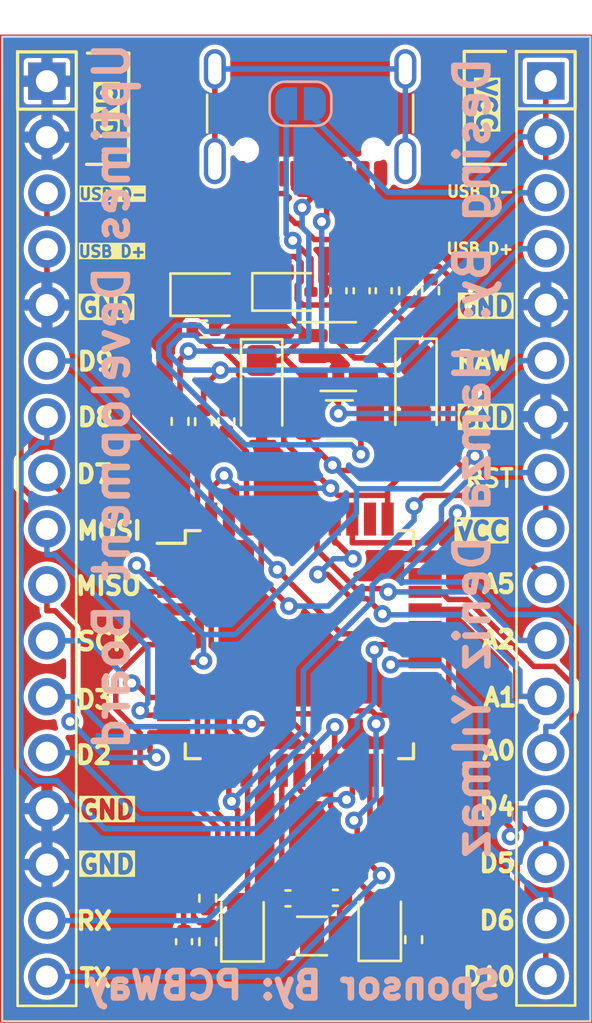
<source format=kicad_pcb>
(kicad_pcb (version 20240108) (generator "pcbnew") (generator_version "8.0")
  (layers (0 "F.Cu" signal) (31 "B.Cu" signal) (34 "B.Paste" user) (35 "F.Paste" user) (36 "B.SilkS" user "B.Silkscreen") (37 "F.SilkS" user "F.Silkscreen") (38 "B.Mask" user) (39 "F.Mask" user) (44 "Edge.Cuts" user))
  (net 0 "")
  (net 1 "Net-(J3-CC1)")
  (net 2 "unconnected-(J3-SHIELD-PadS1)")
  (net 3 "GND")
  (net 4 "UVCC")
  (net 5 "D+")
  (net 6 "D-")
  (net 7 "RAW")
  (net 8 "VCC")
  (net 9 "Net-(D1-A)")
  (net 11 "Net-(D2-A)")
  (net 12 "Net-(U1-XTAL1)")
  (net 13 "Net-(U1-XTAL2)")
  (net 14 "Net-(U1-UCAP)")
  (net 15 "AREF")
  (net 16 "Net-(D3-K)")
  (net 17 "Net-(D4-K)")
  (net 18 "Net-(U1-PD5)")
  (net 19 "Net-(U1-PB0)")
  (net 20 "D7")
  (net 21 "D3")
  (net 22 "D2")
  (net 23 "RXI")
  (net 24 "TXO")
  (net 25 "D4")
  (net 26 "D12")
  (net 27 "D6")
  (net 28 "D5")
  (net 29 "D13")
  (net 30 "A0")
  (net 31 "A1")
  (net 32 "A2")
  (net 33 "A3")
  (net 34 "A4")
  (net 35 "A5")
  (net 36 "RESET")
  (net 37 "D10")
  (net 38 "D9")
  (net 39 "D8")
  (net 40 "MOSI")
  (net 41 "MISO")
  (net 42 "SCK")
  (net 43 "D11")
  (net 44 "USB+")
  (net 45 "USB-")
  (net 48 "Net-(J3-CC2)")
  (footprint "Crystal:Crystal_SMD_3215-2Pin_3.2x1.5mm" (layer "F.Cu") (at 150.5 112.2)
    (property "Reference" "Y1" (hide yes))
    (property "Value" "16mhZ" (hide yes))
  )
  (footprint "Resistor_SMD:R_0402_1005Metric" (layer "F.Cu") (at 145.5775 88.855 -90)
    (property "Reference" "R7" (hide yes))
    (property "Value" "5.1k" (hide yes))
  )
  (footprint "Resistor_SMD:R_0402_1005Metric" (layer "F.Cu") (at 155.108 112.3655 -90)
    (property "Reference" "R5" (hide yes))
    (property "Value" "330" (hide yes))
  )
  (footprint "LED_SMD:LED_0805_2012Metric" (layer "F.Cu") (at 153.569 111.6455 90)
    (property "Reference" "D3" (hide yes))
    (property "Value" "LED" (hide yes))
  )
  (footprint "Capacitor_SMD:C_0402_1005Metric" (layer "F.Cu") (at 149.406 110.492)
    (property "Reference" "C6" (hide yes))
    (property "Value" "22pF" (hide yes))
  )
  (footprint "Capacitor_Tantalum_SMD:CP_EIA-3216-18_Kemet-A" (layer "F.Cu") (at 155.2125 87.4 -90)
    (property "Reference" "C2" (hide yes))
    (property "Value" "10uF" (hide yes))
  )
  (footprint "Diode_SMD:D_SOD-323" (layer "F.Cu") (at 149.4 82.965)
    (property "Reference" "D2" (hide yes))
    (property "Value" "1N4148WS" (hide yes))
  )
  (footprint "Capacitor_SMD:C_0402_1005Metric" (layer "F.Cu") (at 144.694 112.458 90)
    (property "Reference" "C7" (hide yes))
    (property "Value" "1uF" (hide yes))
  )
  (footprint "LED_SMD:LED_0805_2012Metric" (layer "F.Cu") (at 145.7625 83.09)
    (property "Reference" "D1" (hide yes))
    (property "Value" "LED" (hide yes))
  )
  (footprint "Capacitor_SMD:C_0402_1005Metric" (layer "F.Cu") (at 152.75 82.915 90)
    (property "Reference" "C3" (hide yes))
    (property "Value" "1uF" (hide yes))
  )
  (footprint "LED_SMD:LED_0805_2012Metric" (layer "F.Cu") (at 147.344 111.6705 90)
    (property "Reference" "D4" (hide yes))
    (property "Value" "LED" (hide yes))
  )
  (footprint "Fuse:Fuse_1206_3216Metric" (layer "F.Cu") (at 151.7375 88.8)
    (property "Reference" "F1" (hide yes))
    (property "Value" "500mA" (hide yes))
  )
  (footprint "Package_QFP:TQFP-44_10x10mm_P0.8mm" (layer "F.Cu") (at 149.925 98.975)
    (property "Reference" "U1" (hide yes))
    (property "Value" "ATmega32U4-A" (hide yes))
  )
  (footprint "Connector_USB:USB_C_Receptacle_GCT_USB4105-xx-A_16P_TopMnt_Horizontal" (layer "F.Cu") (at 150.41 73.92 180)
    (property "Reference" "J3" (hide yes))
    (property "Value" "USB_C_Receptacle_USB2.0_16P" (hide yes))
  )
  (footprint "Capacitor_Tantalum_SMD:CP_EIA-3216-18_Kemet-A" (layer "F.Cu") (at 148.2125 87.425 -90)
    (property "Reference" "C1" (hide yes))
    (property "Value" "10uF" (hide yes))
  )
  (footprint "Resistor_SMD:R_0402_1005Metric" (layer "F.Cu") (at 145.769 110.483 90)
    (property "Reference" "R4" (hide yes))
    (property "Value" "10K" (hide yes))
  )
  (footprint "Capacitor_SMD:C_0402_1005Metric" (layer "F.Cu") (at 153.75 82.91 90)
    (property "Reference" "C4" (hide yes))
    (property "Value" "0.1uF" (hide yes))
  )
  (footprint "Connector_PinHeader_2.54mm:PinHeader_1x17_P2.54mm_Vertical" (layer "F.Cu") (at 161.1 73.385)
    (property "Reference" "J4" (hide yes))
    (property "Value" "Screw_Terminal_01x17" (hide yes))
  )
  (footprint "Resistor_SMD:R_0402_1005Metric" (layer "F.Cu") (at 145.769 112.458 -90)
    (property "Reference" "R6" (hide yes))
    (property "Value" "330" (hide yes))
  )
  (footprint "Resistor_SMD:R_0402_1005Metric" (layer "F.Cu") (at 144.5125 88.84 -90)
    (property "Reference" "R8" (hide yes))
    (property "Value" "5.1k" (hide yes))
  )
  (footprint "Capacitor_SMD:C_0402_1005Metric" (layer "F.Cu") (at 151.7 82.915 90)
    (property "Reference" "C8" (hide yes))
    (property "Value" "1uF" (hide yes))
  )
  (footprint "Resistor_SMD:R_0402_1005Metric" (layer "F.Cu") (at 154.83 82.915 -90)
    (property "Reference" "R2" (hide yes))
    (property "Value" "5.1k" (hide yes))
  )
  (footprint "Resistor_SMD:R_0402_1005Metric" (layer "F.Cu") (at 155.875 82.915 -90)
    (property "Reference" "R1" (hide yes))
    (property "Value" "5.1k" (hide yes))
  )
  (footprint "Package_TO_SOT_SMD:SOT-23-5" (layer "F.Cu") (at 151.6875 85.9)
    (property "Reference" "U2" (hide yes))
    (property "Value" "MIC5219-3.3YM5" (hide yes))
  )
  (footprint "Capacitor_SMD:C_0402_1005Metric" (layer "F.Cu") (at 146.6125 88.82 -90)
    (property "Reference" "C9" (hide yes))
    (property "Value" "0.1uF" (hide yes))
  )
  (footprint "Connector_PinHeader_2.54mm:PinHeader_1x17_P2.54mm_Vertical" (layer "F.Cu") (at 138.475 73.4)
    (property "Reference" "J2" (hide yes))
    (property "Value" "Screw_Terminal_01x17" (hide yes))
  )
  (footprint "Resistor_SMD:R_0402_1005Metric" (layer "F.Cu") (at 145.585 84.65)
    (property "Reference" "R3" (hide yes))
    (property "Value" "1K" (hide yes))
  )
  (footprint "Capacitor_SMD:C_0402_1005Metric" (layer "F.Cu") (at 151.556 110.467)
    (property "Reference" "C5" (hide yes))
    (property "Value" "22pF" (hide yes))
  )
  (footprint "Jumper:SolderJumper-2_P1.3mm_Open_RoundedPad1.0x1.5mm" (layer "B.Cu") (at 149.975 74.425)
    (property "Reference" "JP1" (hide yes))
    (property "Value" "SolderJumper_2_Open" (hide yes))
  )
  (gr_rect (start 136.447 71.384) (end 163.117 116.067) (stroke (width 0.2)) (fill none) (layer "F.Cu"))
  (gr_line (start 142.175 77.175) (end 140.275 77.175) (stroke (width 0.15)) (layer "F.SilkS"))
  (gr_rect (start 159.77 72.055) (end 162.43 74.655) (stroke (width 0.15)) (fill none) (layer "F.SilkS"))
  (gr_line (start 142.1875 72.125) (end 142.175 77.175) (stroke (width 0.15)) (layer "F.SilkS"))
  (gr_line (start 157.4 72.05) (end 157.4 77.175) (stroke (width 0.15)) (layer "F.SilkS"))
  (gr_line (start 157.4 77.175) (end 159.275 77.175) (stroke (width 0.15)) (layer "F.SilkS"))
  (gr_rect (start 137.145 72.07) (end 139.805 74.67) (stroke (width 0.15)) (fill none) (layer "F.SilkS"))
  (gr_line (start 142.1875 72.125) (end 140.3125 72.125) (stroke (width 0.15)) (layer "F.SilkS"))
  (gr_line (start 159.275 72.05) (end 157.4 72.05) (stroke (width 0.15)) (layer "F.SilkS"))
  (gr_rect (start 136.447 71.384) (end 163.117 116.067) (stroke (width 0.1)) (fill none) (layer "Edge.Cuts"))
  (gr_text "Uptimes Development Board" (at 142.3 71.5 90) (layer "B.SilkS") (effects (font (size 1.5 1.5) (thickness 0.3) (bold yes)) (justify left bottom mirror)))
  (gr_text "Sponsor By: PCBWay" (at 159.2 115.15 0) (layer "B.SilkS") (effects (font (size 1.2 1.2) (thickness 0.3) (bold yes)) (justify left bottom mirror)))
  (gr_text "Desing By: Hamza Deniz Yılmaz" (at 158.65 72.15 90) (layer "B.SilkS") (effects (font (size 1.5 1.5) (thickness 0.3) (bold yes)) (justify left bottom mirror)))
  (gr_text "A1" (at 159.025 101.375 0) (layer "F.SilkS") (effects (font (size 0.8 0.8) (thickness 0.2) (bold yes))))
  (gr_text "GND" (at 139.855 109.425 0) (layer "F.SilkS" knockout) (effects (font (size 0.8 0.8) (thickness 0.2) (bold yes)) (justify left bottom)))
  (gr_text "D4" (at 158.895 106.335 0) (layer "F.SilkS") (effects (font (size 0.8 0.8) (thickness 0.2) (bold yes))))
  (gr_text "TX" (at 140.675 114.105 0) (layer "F.SilkS") (effects (font (size 0.8 0.8) (thickness 0.2) (bold yes))))
  (gr_text "D5" (at 158.895 108.895 0) (layer "F.SilkS") (effects (font (size 0.8 0.8) (thickness 0.2) (bold yes))))
  (gr_text "VCC" (at 158.4 74.5 -90) (layer "F.SilkS" knockout) (effects (font (size 0.8 0.8) (thickness 0.2) (bold yes))))
  (gr_text "D6" (at 158.895 111.495 0) (layer "F.SilkS") (effects (font (size 0.8 0.8) (thickness 0.2) (bold yes))))
  (gr_text "D10" (at 158.525 114.055 0) (layer "F.SilkS") (effects (font (size 0.8 0.8) (thickness 0.2) (bold yes))))
  (gr_text "MISO" (at 141.265 96.315 0) (layer "F.SilkS") (effects (font (size 0.8 0.8) (thickness 0.2) (bold yes))))
  (gr_text "RST" (at 158.545 91.429 0) (layer "F.SilkS") (effects (font (size 0.8 0.8) (thickness 0.16) (bold yes))))
  (gr_text "D2" (at 140.595 103.985 0) (layer "F.SilkS") (effects (font (size 0.8 0.8) (thickness 0.2) (bold yes))))
  (gr_text "GND" (at 139.855 106.945 0) (layer "F.SilkS" knockout) (effects (font (size 0.8 0.8) (thickness 0.2) (bold yes)) (justify left bottom)))
  (gr_text "USB D+" (at 139.85 81.425 0) (layer "F.SilkS" knockout) (effects (font (size 0.5 0.5) (thickness 0.125) (bold yes)) (justify left bottom)))
  (gr_text "D7" (at 140.625 91.235 0) (layer "F.SilkS") (effects (font (size 0.8 0.8) (thickness 0.2) (bold yes))))
  (gr_text "MOSI" (at 139.735 94.275 0) (layer "F.SilkS") (effects (font (size 0.8 0.8) (thickness 0.2) (bold yes)) (justify left bottom)))
  (gr_text "RX" (at 140.615 111.515 0) (layer "F.SilkS") (effects (font (size 0.8 0.8) (thickness 0.2) (bold yes))))
  (gr_text "D8" (at 140.675 88.655 0) (layer "F.SilkS") (effects (font (size 0.8 0.8) (thickness 0.2) (bold yes))))
  (gr_text "SCK" (at 139.755 99.295 0) (layer "F.SilkS") (effects (font (size 0.8 0.8) (thickness 0.2) (bold yes)) (justify left bottom)))
  (gr_text "A0" (at 158.115 104.255 0) (layer "F.SilkS") (effects (font (size 0.8 0.8) (thickness 0.2) (bold yes)) (justify left bottom)))
  (gr_text "VCC" (at 158.225 93.825 0) (layer "F.SilkS" knockout) (effects (font (size 0.8 0.8) (thickness 0.2) (bold yes))))
  (gr_text "A2" (at 158.955 98.745 0) (layer "F.SilkS") (effects (font (size 0.8 0.8) (thickness 0.2) (bold yes))))
  (gr_text "GND" (at 157.021 89.143 0) (layer "F.SilkS" knockout) (effects (font (size 0.8 0.8) (thickness 0.2) (bold yes)) (justify left bottom)))
  (gr_text "D9" (at 140.675 86.125 0) (layer "F.SilkS") (effects (font (size 0.8 0.8) (thickness 0.2) (bold yes))))
  (gr_text "A5" (at 158.105 96.695 0) (layer "F.SilkS") (effects (font (size 0.8 0.8) (thickness 0.2) (bold yes)) (justify left bottom)))
  (gr_text "GND" (at 157.025 84.1 0) (layer "F.SilkS" knockout) (effects (font (size 0.8 0.8) (thickness 0.2) (bold yes)) (justify left bottom)))
  (gr_text "USB D+" (at 156.525 81.3 0) (layer "F.SilkS") (effects (font (size 0.5 0.5) (thickness 0.125) (bold yes)) (justify left bottom)))
  (gr_text "GND" (at 140.675 73.35 -90) (layer "F.SilkS" knockout) (effects (font (size 0.8 0.8) (thickness 0.2) (bold yes)) (justify left bottom)))
  (gr_text "USB D-" (at 139.875 78.825 0) (layer "F.SilkS" knockout) (effects (font (size 0.5 0.5) (thickness 0.125) (bold yes)) (justify left bottom)))
  (gr_text "RAW" (at 158.291 86.095 0) (layer "F.SilkS") (effects (font (size 0.8 0.8) (thickness 0.2) (bold yes))))
  (gr_text "USB D-" (at 156.55 78.7 0) (layer "F.SilkS") (effects (font (size 0.5 0.5) (thickness 0.125) (bold yes)) (justify left bottom)))
  (gr_text "GND" (at 139.825 84.15 0) (layer "F.SilkS" knockout) (effects (font (size 0.8 0.8) (thickness 0.2) (bold yes)) (justify left bottom)))
  (gr_text "D3" (at 139.715 101.945 0) (layer "F.SilkS") (effects (font (size 0.8 0.8) (thickness 0.2) (bold yes)) (justify left bottom)))
  (segment (start 151.66 77.6) (end 151.66 80.1368) (width 0.25) (layer "F.Cu") (net 1))
  (segment (start 153.6068 80.1368) (end 155.875 82.405) (width 0.25) (layer "F.Cu") (net 1))
  (segment (start 151.66 80.1368) (end 153.6068 80.1368) (width 0.25) (layer "F.Cu") (net 1))
  (segment (start 146.09 72.845) (end 146.09 77.025) (width 0.25) (layer "F.Cu") (net 2))
  (segment (start 146.09 72.845) (end 154.73 72.845) (width 0.25) (layer "B.Cu") (net 2))
  (segment (start 154.73 72.845) (end 154.73 77.025) (width 0.25) (layer "B.Cu") (net 2))
  (segment (start 150.55 85.9) (end 151.212499 85.9) (width 0.25) (layer "F.Cu") (net 3))
  (segment (start 151.575 87.15) (end 151.992648 87.567648) (width 0.25) (layer "F.Cu") (net 3))
  (segment (start 151.992648 87.567648) (end 154.030148 87.567648) (width 0.25) (layer "F.Cu") (net 3))
  (segment (start 151.212499 85.9) (end 151.575 86.262501) (width 0.25) (layer "F.Cu") (net 3))
  (segment (start 154.030148 87.567648) (end 155.2125 88.75) (width 0.25) (layer "F.Cu") (net 3))
  (segment (start 151.575 86.262501) (end 151.575 87.15) (width 0.25) (layer "F.Cu") (net 3))
  (segment (start 149.325895 81.3575) (end 149.714804 81.3575) (width 0.25) (layer "F.Cu") (net 4))
  (segment (start 151.4275 90.8254) (end 151.4259 90.827) (width 0.25) (layer "F.Cu") (net 4))
  (segment (start 152.81 78.092764) (end 152.11 78.792764) (width 0.25) (layer "F.Cu") (net 4))
  (segment (start 148.875 80.906605) (end 149.325895 81.3575) (width 0.25) (layer "F.Cu") (net 4))
  (segment (start 155.916396 81.81) (end 156.25428 81.81) (width 0.25) (layer "F.Cu") (net 4))
  (segment (start 144.225 99.775) (end 145.3017 99.775) (width 0.25) (layer "F.Cu") (net 4))
  (segment (start 152.81 77.6) (end 152.81 78.092764) (width 0.25) (layer "F.Cu") (net 4))
  (segment (start 151.4275 90.8254) (end 151.6714 91.0693) (width 0.25) (layer "F.Cu") (net 4))
  (segment (start 148.875 78.95) (end 148.875 80.906605) (width 0.25) (layer "F.Cu") (net 4))
  (segment (start 150 82.493164) (end 149.825 82.668164) (width 0.25) (layer "F.Cu") (net 4))
  (segment (start 153.2874 85.9613) (end 152.4247 85.9613) (width 0.25) (layer "F.Cu") (net 4))
  (segment (start 142.545823 95.378296) (end 142.942527 95.775) (width 0.25) (layer "F.Cu") (net 4))
  (segment (start 155.0484 87.7223) (end 153.2874 85.9613) (width 0.25) (layer "F.Cu") (net 4))
  (segment (start 155.8767 87.7223) (end 155.0484 87.7223) (width 0.25) (layer "F.Cu") (net 4))
  (segment (start 148.01 77.6) (end 148.01 78.22916) (width 0.25) (layer "F.Cu") (net 4))
  (segment (start 145.3681 99.7086) (end 145.3017 99.775) (width 0.25) (layer "F.Cu") (net 4))
  (segment (start 148.73084 78.95) (end 148.875 78.95) (width 0.25) (layer "F.Cu") (net 4))
  (segment (start 156.2152 88.0608) (end 155.8767 87.7223) (width 0.25) (layer "F.Cu") (net 4))
  (segment (start 155.8767 89.7777) (end 156.2152 89.4392) (width 0.25) (layer "F.Cu") (net 4))
  (segment (start 154.7015 89.7777) (end 155.8767 89.7777) (width 0.25) (layer "F.Cu") (net 4))
  (segment (start 151.5338 83.5612) (end 151.7 83.395) (width 0.25) (layer "F.Cu") (net 4))
  (segment (start 145.5768 99.7086) (end 145.3681 99.7086) (width 0.25) (layer "F.Cu") (net 4))
  (segment (start 153.793196 79.6868) (end 155.916396 81.81) (width 0.25) (layer "F.Cu") (net 4))
  (segment (start 152.11 79.6868) (end 153.793196 79.6868) (width 0.25) (layer "F.Cu") (net 4))
  (segment (start 152.4247 85.9613) (end 151.7239 85.2605) (width 0.25) (layer "F.Cu") (net 4))
  (segment (start 150 81.642696) (end 150 82.493164) (width 0.25) (layer "F.Cu") (net 4))
  (segment (start 149.825 83.3063) (end 150.0799 83.5612) (width 0.25) (layer "F.Cu") (net 4))
  (segment (start 149.714804 81.3575) (end 150 81.642696) (width 0.25) (layer "F.Cu") (net 4))
  (segment (start 151.6714 91.0693) (end 153.4099 91.0693) (width 0.25) (layer "F.Cu") (net 4))
  (segment (start 152.11 78.792764) (end 152.11 79.6868) (width 0.25) (layer "F.Cu") (net 4))
  (segment (start 151.7239 85.2605) (end 151.7239 83.7513) (width 0.25) (layer "F.Cu") (net 4))
  (segment (start 151.4275 90.8254) (end 150.3375 89.7354) (width 0.25) (layer "F.Cu") (net 4))
  (segment (start 156.2152 89.4392) (end 156.2152 88.0608) (width 0.25) (layer "F.Cu") (net 4))
  (segment (start 157.8866 83.44232) (end 157.8866 90.422) (width 0.25) (layer "F.Cu") (net 4))
  (segment (start 151.7239 83.7513) (end 151.5338 83.5612) (width 0.25) (layer "F.Cu") (net 4))
  (segment (start 150.3375 89.7354) (end 150.3375 88.8) (width 0.25) (layer "F.Cu") (net 4))
  (segment (start 142.942527 95.775) (end 144.225 95.775) (width 0.25) (layer "F.Cu") (net 4))
  (segment (start 153.4099 91.0693) (end 154.7015 89.7777) (width 0.25) (layer "F.Cu") (net 4))
  (segment (start 149.825 82.668164) (end 149.825 83.3063) (width 0.25) (layer "F.Cu") (net 4))
  (segment (start 156.25428 81.81) (end 157.8866 83.44232) (width 0.25) (layer "F.Cu") (net 4))
  (segment (start 148.01 78.22916) (end 148.73084 78.95) (width 0.25) (layer "F.Cu") (net 4))
  (segment (start 150.0799 83.5612) (end 151.5338 83.5612) (width 0.25) (layer "F.Cu") (net 4))
  (via (at 142.545823 95.378296) (size 0.8) (drill 0.4) (layers "F.Cu" "B.Cu") (net 4))
  (via (at 151.4259 90.827) (size 0.8) (drill 0.4) (layers "F.Cu" "B.Cu") (net 4))
  (via (at 157.8866 90.422) (size 0.8) (drill 0.4) (layers "F.Cu" "B.Cu") (net 4))
  (via (at 145.5768 99.7086) (size 0.8) (drill 0.4) (layers "F.Cu" "B.Cu") (net 4))
  (segment (start 142.545823 95.378296) (end 142.545823 95.484123) (width 0.25) (layer "B.Cu") (net 4))
  (segment (start 152.5147 91.9) (end 156.4086 91.9) (width 0.25) (layer "B.Cu") (net 4))
  (segment (start 152.5084 91.9063) (end 151.4291 90.827) (width 0.25) (layer "B.Cu") (net 4))
  (segment (start 151.4291 90.827) (end 151.4259 90.827) (width 0.25) (layer "B.Cu") (net 4))
  (segment (start 152.5084 91.9063) (end 152.5147 91.9) (width 0.25) (layer "B.Cu") (net 4))
  (segment (start 145.5768 98.5151) (end 145.5768 99.7086) (width 0.25) (layer "B.Cu") (net 4))
  (segment (start 147.0152 98.5151) (end 152.5084 93.0219) (width 0.25) (layer "B.Cu") (net 4))
  (segment (start 145.5768 98.5151) (end 147.0152 98.5151) (width 0.25) (layer "B.Cu") (net 4))
  (segment (start 142.545823 95.484123) (end 145.5768 98.5151) (width 0.25) (layer "B.Cu") (net 4))
  (segment (start 152.5084 93.0219) (end 152.5084 91.9063) (width 0.25) (layer "B.Cu") (net 4))
  (segment (start 156.4086 91.9) (end 157.8866 90.422) (width 0.25) (layer "B.Cu") (net 4))
  (segment (start 144.1468 90.0105) (end 142.662 88.5257) (width 0.25) (layer "F.Cu") (net 5))
  (segment (start 145.5775 89.365) (end 145.3002 89.6423) (width 0.25) (layer "F.Cu") (net 5))
  (segment (start 145.3017 90.012) (end 145.3002 90.0105) (width 0.25) (layer "F.Cu") (net 5))
  (segment (start 142.662 86.0159) (end 138.8428 82.1967) (width 0.25) (layer "F.Cu") (net 5))
  (segment (start 138.475 81.02) (end 138.475 82.1967) (width 0.25) (layer "F.Cu") (net 5))
  (segment (start 145.3002 90.0105) (end 144.1468 90.0105) (width 0.25) (layer "F.Cu") (net 5))
  (segment (start 142.662 88.5257) (end 142.662 86.0159) (width 0.25) (layer "F.Cu") (net 5))
  (segment (start 145.3002 89.6423) (end 145.3002 90.0105) (width 0.25) (layer "F.Cu") (net 5))
  (segment (start 144.225 97.375) (end 145.3017 97.375) (width 0.25) (layer "F.Cu") (net 5))
  (segment (start 138.8428 82.1967) (end 138.475 82.1967) (width 0.25) (layer "F.Cu") (net 5))
  (segment (start 145.3017 97.375) (end 145.3017 90.012) (width 0.25) (layer "F.Cu") (net 5))
  (segment (start 143.112 88.339304) (end 144.122696 89.35) (width 0.25) (layer "F.Cu") (net 6))
  (segment (start 141.820823 95.678601) (end 142.717222 96.575) (width 0.25) (layer "F.Cu") (net 6))
  (segment (start 141.5635 95.125) (end 141.820823 95.125) (width 0.25) (layer "F.Cu") (net 6))
  (segment (start 138.1236 79.6567) (end 137.2966 80.4837) (width 0.25) (layer "F.Cu") (net 6))
  (segment (start 137.2966 80.4837) (end 137.2966 91.7699) (width 0.25) (layer "F.Cu") (net 6))
  (segment (start 143.112 85.829504) (end 143.112 88.339304) (width 0.25) (layer "F.Cu") (net 6))
  (segment (start 142.717222 96.575) (end 144.225 96.575) (width 0.25) (layer "F.Cu") (net 6))
  (segment (start 138.8885 92.45) (end 141.5635 95.125) (width 0.25) (layer "F.Cu") (net 6))
  (segment (start 144.122696 89.35) (end 144.5125 89.35) (width 0.25) (layer "F.Cu") (net 6))
  (segment (start 138.475 79.6567) (end 138.773401 79.6567) (width 0.25) (layer "F.Cu") (net 6))
  (segment (start 137.2966 91.7699) (end 137.9767 92.45) (width 0.25) (layer "F.Cu") (net 6))
  (segment (start 139.65 80.533299) (end 139.65 82.367504) (width 0.25) (layer "F.Cu") (net 6))
  (segment (start 141.820823 95.125) (end 141.820823 95.678601) (width 0.25) (layer "F.Cu") (net 6))
  (segment (start 138.475 78.48) (end 138.475 79.6567) (width 0.25) (layer "F.Cu") (net 6))
  (segment (start 139.65 82.367504) (end 143.112 85.829504) (width 0.25) (layer "F.Cu") (net 6))
  (segment (start 137.9767 92.45) (end 138.8885 92.45) (width 0.25) (layer "F.Cu") (net 6))
  (segment (start 138.475 79.6567) (end 138.1236 79.6567) (width 0.25) (layer "F.Cu") (net 6))
  (segment (start 138.773401 79.6567) (end 139.65 80.533299) (width 0.25) (layer "F.Cu") (net 6))
  (segment (start 150.1313 86.85) (end 150.55 86.85) (width 0.25) (layer "F.Cu") (net 7))
  (segment (start 150.55 84.95) (end 150.1623 84.95) (width 0.25) (layer "F.Cu") (net 7))
  (segment (start 151.6932 87.9932) (end 151.6932 88.4853) (width 0.25) (layer "F.Cu") (net 7))
  (segment (start 150.1623 84.95) (end 149.1968 85.9155) (width 0.25) (layer "F.Cu") (net 7))
  (segment (start 150.55 86.85) (end 151.6932 87.9932) (width 0.25) (layer "F.Cu") (net 7))
  (segment (start 149.0373 86.075) (end 148.2125 86.075) (width 0.25) (layer "F.Cu") (net 7))
  (segment (start 150.1623 84.7773) (end 150.1623 84.95) (width 0.25) (layer "F.Cu") (net 7))
  (segment (start 149.1968 85.9155) (end 149.0373 86.075) (width 0.25) (layer "F.Cu") (net 7))
  (segment (start 148.35 82.965) (end 150.1623 84.7773) (width 0.25) (layer "F.Cu") (net 7))
  (segment (start 149.1968 85.9155) (end 150.1313 86.85) (width 0.25) (layer "F.Cu") (net 7))
  (via (at 151.6932 88.4853) (size 0.8) (drill 0.4) (layers "F.Cu" "B.Cu") (net 7))
  (segment (start 161.1 86.085) (end 159.9233 86.085) (width 0.25) (layer "B.Cu") (net 7))
  (segment (start 157.523 88.4853) (end 151.6932 88.4853) (width 0.25) (layer "B.Cu") (net 7))
  (segment (start 159.9233 86.085) (end 157.523 88.4853) (width 0.25) (layer "B.Cu") (net 7))
  (segment (start 145.925 91.883) (end 145.925 93.275) (width 0.25) (layer "F.Cu") (net 8))
  (segment (start 156.347 89.9606) (end 156.6669 89.6407) (width 0.25) (layer "F.Cu") (net 8))
  (segment (start 161.4678 92.5283) (end 161.1 92.5283) (width 0.25) (layer "F.Cu") (net 8))
  (segment (start 152.5462 107.100595) (end 152.5462 109.6852) (width 0.25) (layer "F.Cu") (net 8))
  (segment (start 147.344 110.733) (end 147.5767 110.5003) (width 0.25) (layer "F.Cu") (net 8))
  (segment (start 155.2125 84.8525) (end 153.75 83.39) (width 0.25) (layer "F.Cu") (net 8))
  (segment (start 145.925 93.275) (end 145.925 99.031495) (width 0.25) (layer "F.Cu") (net 8))
  (segment (start 152.825 84.95) (end 152.75 84.875) (width 0.25) (layer "F.Cu") (net 8))
  (segment (start 158.9147 92.5283) (end 156.347 89.9606) (width 0.25) (layer "F.Cu") (net 8))
  (segment (start 147.3115 103.575) (end 147.525 103.3615) (width 0.25) (layer "F.Cu") (net 8))
  (segment (start 162.2767 77.9106) (end 162.2767 91.7194) (width 0.25) (layer "F.Cu") (net 8))
  (segment (start 155.6128 90.2294) (end 156.0782 90.2294) (width 0.25) (layer "F.Cu") (net 8))
  (segment (start 151.6622 92.1983) (end 151.3391 91.8752) (width 0.25) (layer "F.Cu") (net 8))
  (segment (start 145.769 110.993) (end 146.029 110.733) (width 0.25) (layer "F.Cu") (net 8))
  (segment (start 148.1504 87.7068) (end 147.1749 86.7313) (width 0.25) (layer "F.Cu") (net 8))
  (segment (start 161.1 75.925) (end 161.1 77.1017) (width 0.25) (layer "F.Cu") (net 8))
  (segment (start 146.029 110.733) (end 147.344 110.733) (width 0.25) (layer "F.Cu") (net 8))
  (segment (start 147.5249 103.3615) (end 147.525 103.3615) (width 0.25) (layer "F.Cu") (net 8))
  (segment (start 152.75 83.395) (end 152.755 83.39) (width 0.25) (layer "F.Cu") (net 8))
  (segment (start 155.2125 86.05) (end 155.2125 84.8525) (width 0.25) (layer "F.Cu") (net 8))
  (segment (start 148.865 87.7068) (end 148.1504 87.7068) (width 0.25) (layer "F.Cu") (net 8))
  (segment (start 147.4346 101.8404) (end 146.975 102.3) (width 0.25) (layer "F.Cu") (net 8))
  (segment (start 146.3018 99.408295) (end 146.3018 100.008905) (width 0.25) (layer "F.Cu") (net 8))
  (segment (start 146.002 85.577) (end 145.075 84.65) (width 0.25) (layer "F.Cu") (net 8))
  (segment (start 153.2077 101.9791) (end 151.231795 101.9791) (width 0.25) (layer "F.Cu") (net 8))
  (segment (start 147.5767 110.5003) (end 147.5767 104.7267) (width 0.25) (layer "F.Cu") (net 8))
  (segment (start 146.975 102.3) (end 146.975 102.8116) (width 0.25) (layer "F.Cu") (net 8))
  (segment (start 149.2152 89.7513) (end 149.2152 88.057) (width 0.25) (layer "F.Cu") (net 8))
  (segment (start 151.095495 102.1154) (end 148.331705 102.1154) (width 0.25) (layer "F.Cu") (net 8))
  (segment (start 154.5498 102.175) (end 153.4036 102.175) (width 0.25) (layer "F.Cu") (net 8))
  (segment (start 149.2152 88.057) (end 148.865 87.7068) (width 0.25) (layer "F.Cu") (net 8))
  (segment (start 161.1 92.5283) (end 158.9147 92.5283) (width 0.25) (layer "F.Cu") (net 8))
  (segment (start 153.925 91.9172) (end 155.6128 90.2294) (width 0.25) (layer "F.Cu") (net 8))
  (segment (start 152.755 83.39) (end 153.75 83.39) (width 0.25) (layer "F.Cu") (net 8))
  (segment (start 145.925 99.031495) (end 146.3018 99.408295) (width 0.25) (layer "F.Cu") (net 8))
  (segment (start 153.925 92.1983) (end 151.6622 92.1983) (width 0.25) (layer "F.Cu") (net 8))
  (segment (start 151.231795 101.9791) (end 151.095495 102.1154) (width 0.25) (layer "F.Cu") (net 8))
  (segment (start 161.4678 77.1017) (end 162.2767 77.9106) (width 0.25) (layer "F.Cu") (net 8))
  (segment (start 148.056705 101.8404) (end 147.4346 101.8404) (width 0.25) (layer "F.Cu") (net 8))
  (segment (start 146.975 102.8116) (end 147.5249 103.3615) (width 0.25) (layer "F.Cu") (net 8))
  (segment (start 156.6669 89.6407) (end 156.6669 87.5044) (width 0.25) (layer "F.Cu") (net 8))
  (segment (start 147.1749 86.7313) (end 147.1749 86.2983) (width 0.25) (layer "F.Cu") (net 8))
  (segment (start 147.525 103.3615) (end 147.525 104.675) (width 0.25) (layer "F.Cu") (net 8))
  (segment (start 161.1 93.705) (end 161.1 92.5283) (width 0.25) (layer "F.Cu") (net 8))
  (segment (start 145.7517 100.559005) (end 145.7517 103.4517) (width 0.25) (layer "F.Cu") (net 8))
  (segment (start 153.4036 102.175) (end 153.2077 101.9791) (width 0.25) (layer "F.Cu") (net 8))
  (segment (start 153.4036 102.175) (end 153.4036 102.567) (width 0.25) (layer "F.Cu") (net 8))
  (segment (start 151.3391 91.8752) (end 149.2152 89.7513) (width 0.25) (layer "F.Cu") (net 8))
  (segment (start 152.75 84.875) (end 152.75 83.395) (width 0.25) (layer "F.Cu") (net 8))
  (segment (start 145.875 103.575) (end 147.3115 103.575) (width 0.25) (layer "F.Cu") (net 8))
  (segment (start 146.4536 85.577) (end 146.002 85.577) (width 0.25) (layer "F.Cu") (net 8))
  (segment (start 146.5085 91.2995) (end 145.925 91.883) (width 0.25) (layer "F.Cu") (net 8))
  (segment (start 147.5767 104.7267) (end 147.525 104.675) (width 0.25) (layer "F.Cu") (net 8))
  (segment (start 145.7517 103.4517) (end 145.875 103.575) (width 0.25) (layer "F.Cu") (net 8))
  (segment (start 156.0782 90.2294) (end 156.347 89.9606) (width 0.25) (layer "F.Cu") (net 8))
  (segment (start 152.5462 109.6852) (end 153.569 110.708) (width 0.25) (layer "F.Cu") (net 8))
  (segment (start 148.331705 102.1154) (end 148.056705 101.8404) (width 0.25) (layer "F.Cu") (net 8))
  (segment (start 153.925 92.7366) (end 153.925 93.275) (width 0.25) (layer "F.Cu") (net 8))
  (segment (start 153.925 92.7366) (end 153.925 92.1983) (width 0.25) (layer "F.Cu") (net 8))
  (segment (start 155.625 102.175) (end 154.5498 102.175) (width 0.25) (layer "F.Cu") (net 8))
  (segment (start 161.1 73.385) (end 161.1 75.925) (width 0.25) (layer "F.Cu") (net 8))
  (segment (start 161.1 77.1017) (end 161.4678 77.1017) (width 0.25) (layer "F.Cu") (net 8))
  (segment (start 152.4 106.954395) (end 152.5462 107.100595) (width 0.25) (layer "F.Cu") (net 8))
  (segment (start 156.6669 87.5044) (end 155.2125 86.05) (width 0.25) (layer "F.Cu") (net 8))
  (segment (start 162.2767 91.7194) (end 161.4678 92.5283) (width 0.25) (layer "F.Cu") (net 8))
  (segment (start 146.3018 100.008905) (end 145.7517 100.559005) (width 0.25) (layer "F.Cu") (net 8))
  (segment (start 147.1749 86.2983) (end 146.4536 85.577) (width 0.25) (layer "F.Cu") (net 8))
  (segment (start 153.925 92.1983) (end 153.925 91.9172) (width 0.25) (layer "F.Cu") (net 8))
  (via (at 151.3391 91.8752) (size 0.8) (drill 0.4) (layers "F.Cu" "B.Cu") (net 8))
  (via (at 146.5085 91.2995) (size 0.8) (drill 0.4) (layers "F.Cu" "B.Cu") (net 8))
  (via (at 152.4 106.954395) (size 0.8) (drill 0.4) (layers "F.Cu" "B.Cu") (net 8))
  (via (at 153.4036 102.567) (size 0.8) (drill 0.4) (layers "F.Cu" "B.Cu") (net 8))
  (segment (start 150.625 74.425) (end 150.625 75.1328) (width 0.25) (layer "B.Cu") (net 8))
  (segment (start 153.4036 105.950795) (end 153.4036 102.567) (width 0.25) (layer "B.Cu") (net 8))
  (segment (start 150.625 75.1328) (end 153.9398 78.4476) (width 0.25) (layer "B.Cu") (net 8))
  (segment (start 161.1 75.925) (end 159.9233 75.925) (width 0.25) (layer "B.Cu") (net 8))
  (segment (start 157.4007 78.4476) (end 159.9233 75.925) (width 0.25) (layer "B.Cu") (net 8))
  (segment (start 146.5085 91.2995) (end 147.0842 91.8752) (width 0.25) (layer "B.Cu") (net 8))
  (segment (start 147.0842 91.8752) (end 151.3391 91.8752) (width 0.25) (layer "B.Cu") (net 8))
  (segment (start 152.4 106.954395) (end 153.4036 105.950795) (width 0.25) (layer "B.Cu") (net 8))
  (segment (start 153.9398 78.4476) (end 157.4007 78.4476) (width 0.25) (layer "B.Cu") (net 8))
  (segment (start 146.7 84.045) (end 146.7 83.09) (width 0.25) (layer "F.Cu") (net 9))
  (segment (start 146.095 84.65) (end 146.7 84.045) (width 0.25) (layer "F.Cu") (net 9))
  (segment (start 153.1375 88.8) (end 152.714 89.2235) (width 0.25) (layer "F.Cu") (net 11))
  (segment (start 152.714 89.2235) (end 152.714 90.3426) (width 0.25) (layer "F.Cu") (net 11))
  (segment (start 150.45 81.4563) (end 150.45 82.965) (width 0.25) (layer "F.Cu") (net 11))
  (segment (start 149.6262 80.6325) (end 150.45 81.4563) (width 0.25) (layer "F.Cu") (net 11))
  (via (at 149.6262 80.6325) (size 0.8) (drill 0.4) (layers "F.Cu" "B.Cu") (net 11))
  (via (at 152.714 90.3426) (size 0.8) (drill 0.4) (layers "F.Cu" "B.Cu") (net 11))
  (segment (start 147.4695 89.9029) (end 143.544 85.9774) (width 0.25) (layer "B.Cu") (net 11))
  (segment (start 145.372901 84.4778) (end 145.647901 84.7528) (width 0.25) (layer "B.Cu") (net 11))
  (segment (start 149.325 80.3313) (end 149.6262 80.6325) (width 0.25) (layer "B.Cu") (net 11))
  (segment (start 145.647901 84.7528) (end 149.9012 84.7528) (width 0.25) (layer "B.Cu") (net 11))
  (segment (start 152.714 90.3426) (end 152.2743 89.9029) (width 0.25) (layer "B.Cu") (net 11))
  (segment (start 143.544 85.284504) (end 144.350704 84.4778) (width 0.25) (layer "B.Cu") (net 11))
  (segment (start 152.2743 89.9029) (end 147.4695 89.9029) (width 0.25) (layer "B.Cu") (net 11))
  (segment (start 144.350704 84.4778) (end 145.372901 84.4778) (width 0.25) (layer "B.Cu") (net 11))
  (segment (start 149.9012 80.9075) (end 149.325 80.3313) (width 0.25) (layer "B.Cu") (net 11))
  (segment (start 149.9012 84.7528) (end 149.9012 80.9075) (width 0.25) (layer "B.Cu") (net 11))
  (segment (start 143.544 85.9774) (end 143.544 85.284504) (width 0.25) (layer "B.Cu") (net 11))
  (segment (start 149.325 74.425) (end 149.325 80.3313) (width 0.25) (layer "B.Cu") (net 11))
  (segment (start 152.036 110.6873) (end 151.75 110.9733) (width 0.25) (layer "F.Cu") (net 12))
  (segment (start 149.925 105.55) (end 150.125 105.75) (width 0.25) (layer "F.Cu") (net 12))
  (segment (start 152.363802 110.139198) (end 152.036 110.467) (width 0.25) (layer "F.Cu") (net 12))
  (segment (start 151.33835 106.313655) (end 151.676893 106.652198) (width 0.25) (layer "F.Cu") (net 12))
  (segment (start 151.33835 105.75) (end 151.33835 106.313655) (width 0.25) (layer "F.Cu") (net 12))
  (segment (start 152.0962 107.6759) (end 152.0962 109.871596) (width 0.25) (layer "F.Cu") (net 12))
  (segment (start 149.925 104.675) (end 149.925 105.55) (width 0.25) (layer "F.Cu") (net 12))
  (segment (start 151.75 112.2) (end 151.75 110.9733) (width 0.25) (layer "F.Cu") (net 12))
  (segment (start 152.036 110.467) (end 152.036 110.6873) (width 0.25) (layer "F.Cu") (net 12))
  (segment (start 151.675 107.2547) (end 152.0962 107.6759) (width 0.25) (layer "F.Cu") (net 12))
  (segment (start 151.675 106.65409) (end 151.675 107.2547) (width 0.25) (layer "F.Cu") (net 12))
  (segment (start 150.125 105.75) (end 151.33835 105.75) (width 0.25) (layer "F.Cu") (net 12))
  (segment (start 151.676893 106.652198) (end 151.675 106.65409) (width 0.25) (layer "F.Cu") (net 12))
  (segment (start 152.0962 109.871596) (end 152.363802 110.139198) (width 0.25) (layer "F.Cu") (net 12))
  (segment (start 149.25 112.2) (end 149.25 110.9733) (width 0.25) (layer "F.Cu") (net 13))
  (segment (start 148.926 110.6493) (end 149.25 110.9733) (width 0.25) (layer "F.Cu") (net 13))
  (segment (start 149.125 110.293) (end 148.926 110.492) (width 0.25) (layer "F.Cu") (net 13))
  (segment (start 148.926 110.492) (end 148.926 110.6493) (width 0.25) (layer "F.Cu") (net 13))
  (segment (start 149.125 104.675) (end 149.125 110.293) (width 0.25) (layer "F.Cu") (net 13))
  (segment (start 141.5974 100.420295) (end 141.5974 101.888405) (width 0.25) (layer "F.Cu") (net 14))
  (segment (start 144.225 98.975) (end 143.042695 98.975) (width 0.25) (layer "F.Cu") (net 14))
  (segment (start 145.39442 108.736904) (end 144.674 109.457324) (width 0.25) (layer "F.Cu") (net 14))
  (segment (start 146.2267 107.288096) (end 146.2267 108.736904) (width 0.25) (layer "F.Cu") (net 14))
  (segment (start 142.6983 102.989305) (end 142.6983 104.381505) (width 0.25) (layer "F.Cu") (net 14))
  (segment (start 143.042695 98.975) (end 141.5974 100.420295) (width 0.25) (layer "F.Cu") (net 14))
  (segment (start 146.2267 108.736904) (end 145.39442 108.736904) (width 0.25) (layer "F.Cu") (net 14))
  (segment (start 141.5974 101.888405) (end 142.6983 102.989305) (width 0.25) (layer "F.Cu") (net 14))
  (segment (start 143.2779 104.961105) (end 144.8517 104.961105) (width 0.25) (layer "F.Cu") (net 14))
  (segment (start 144.674 111.958) (end 144.694 111.978) (width 0.25) (layer "F.Cu") (net 14))
  (segment (start 144.8517 105.913096) (end 146.2267 107.288096) (width 0.25) (layer "F.Cu") (net 14))
  (segment (start 144.674 109.457324) (end 144.674 111.958) (width 0.25) (layer "F.Cu") (net 14))
  (segment (start 144.8517 104.961105) (end 144.8517 105.913096) (width 0.25) (layer "F.Cu") (net 14))
  (segment (start 142.6983 104.381505) (end 143.2779 104.961105) (width 0.25) (layer "F.Cu") (net 14))
  (segment (start 147.525 90.2125) (end 146.6125 89.3) (width 0.25) (layer "F.Cu") (net 15))
  (segment (start 147.525 93.275) (end 147.525 90.2125) (width 0.25) (layer "F.Cu") (net 15))
  (segment (start 154.8155 112.583) (end 155.108 112.8755) (width 0.25) (layer "F.Cu") (net 16))
  (segment (start 153.569 112.583) (end 154.8155 112.583) (width 0.25) (layer "F.Cu") (net 16))
  (segment (start 146.129 112.608) (end 145.769 112.968) (width 0.25) (layer "F.Cu") (net 17))
  (segment (start 147.344 112.608) (end 146.129 112.608) (width 0.25) (layer "F.Cu") (net 17))
  (segment (start 153.925 105.7517) (end 153.575 106.1017) (width 0.25) (layer "F.Cu") (net 18))
  (segment (start 155.108 109.885895) (end 155.108 111.8555) (width 0.25) (layer "F.Cu") (net 18))
  (segment (start 153.575 108.352895) (end 155.108 109.885895) (width 0.25) (layer "F.Cu") (net 18))
  (segment (start 153.575 106.1017) (end 153.575 108.352895) (width 0.25) (layer "F.Cu") (net 18))
  (segment (start 153.925 104.675) (end 153.925 105.7517) (width 0.25) (layer "F.Cu") (net 18))
  (segment (start 146.6767 109.186904) (end 146.6767 107.1017) (width 0.25) (layer "F.Cu") (net 19))
  (segment (start 146.049 111.588) (end 145.38972 111.588) (width 0.25) (layer "F.Cu") (net 19))
  (segment (start 145.3017 105.7267) (end 145.3017 100.575) (width 0.25) (layer "F.Cu") (net 19))
  (segment (start 145.689 111.948) (end 146.049 111.588) (width 0.25) (layer "F.Cu") (net 19))
  (segment (start 145.38972 111.588) (end 145.124 111.32228) (width 0.25) (layer "F.Cu") (net 19))
  (segment (start 145.124 111.32228) (end 145.124 109.64372) (width 0.25) (layer "F.Cu") (net 19))
  (segment (start 145.580816 109.186904) (end 146.6767 109.186904) (width 0.25) (layer "F.Cu") (net 19))
  (segment (start 146.6767 107.1017) (end 145.3017 105.7267) (width 0.25) (layer "F.Cu") (net 19))
  (segment (start 145.3017 100.575) (end 144.225 100.575) (width 0.25) (layer "F.Cu") (net 19))
  (segment (start 145.769 111.948) (end 145.689 111.948) (width 0.25) (layer "F.Cu") (net 19))
  (segment (start 145.124 109.64372) (end 145.580816 109.186904) (width 0.25) (layer "F.Cu") (net 19))
  (segment (start 141.749896 94.675) (end 138.475 91.400104) (width 0.25) (layer "F.Cu") (net 20))
  (segment (start 142.846128 94.653296) (end 142.245518 94.653296) (width 0.25) (layer "F.Cu") (net 20))
  (segment (start 143.167832 94.975) (end 142.846128 94.653296) (width 0.25) (layer "F.Cu") (net 20))
  (segment (start 144.225 94.975) (end 143.167832 94.975) (width 0.25) (layer "F.Cu") (net 20))
  (segment (start 142.245518 94.653296) (end 142.223814 94.675) (width 0.25) (layer "F.Cu") (net 20))
  (segment (start 138.475 91.400104) (end 138.475 91.18) (width 0.25) (layer "F.Cu") (net 20))
  (segment (start 142.223814 94.675) (end 141.749896 94.675) (width 0.25) (layer "F.Cu") (net 20))
  (segment (start 149.6921 102.5654) (end 150.725 103.5983) (width 0.25) (layer "F.Cu") (net 21))
  (segment (start 147.7564 102.5654) (end 149.6921 102.5654) (width 0.25) (layer "F.Cu") (net 21))
  (segment (start 150.725 104.675) (end 150.725 103.5983) (width 0.25) (layer "F.Cu") (net 21))
  (via (at 147.7564 102.5654) (size 0.8) (drill 0.4) (layers "F.Cu" "B.Cu") (net 21))
  (segment (start 147.7564 102.5654) (end 147.6238 102.698) (width 0.25) (layer "B.Cu") (net 21))
  (segment (start 147.6238 102.698) (end 141.0097 102.698) (width 0.25) (layer "B.Cu") (net 21))
  (segment (start 141.0097 102.698) (end 139.6517 101.34) (width 0.25) (layer "B.Cu") (net 21))
  (segment (start 138.475 101.34) (end 139.6517 101.34) (width 0.25) (layer "B.Cu") (net 21))
  (segment (start 151.5321 102.7041) (end 151.525 102.7112) (width 0.25) (layer "F.Cu") (net 22))
  (segment (start 151.525 102.7112) (end 151.525 104.675) (width 0.25) (layer "F.Cu") (net 22))
  (via (at 151.5321 102.7041) (size 0.8) (drill 0.4) (layers "F.Cu" "B.Cu") (net 22))
  (segment (start 138.475 103.88) (end 139.6517 103.88) (width 0.25) (layer "B.Cu") (net 22))
  (segment (start 151.5321 102.7041) (end 147.3579 106.8783) (width 0.25) (layer "B.Cu") (net 22))
  (segment (start 147.3579 106.8783) (end 142.65 106.8783) (width 0.25) (layer "B.Cu") (net 22))
  (segment (start 142.65 106.8783) (end 139.6517 103.88) (width 0.25) (layer "B.Cu") (net 22))
  (segment (start 152.325 105.7517) (end 152.325 104.675) (width 0.25) (layer "F.Cu") (net 23))
  (segment (start 152.06335 106.01335) (end 152.325 105.7517) (width 0.25) (layer "F.Cu") (net 23))
  (via (at 152.06335 106.01335) (size 0.8) (drill 0.4) (layers "F.Cu" "B.Cu") (net 23))
  (segment (start 151.22255 106.01335) (end 145.7359 111.5) (width 0.25) (layer "B.Cu") (net 23))
  (segment (start 152.06335 106.01335) (end 151.22255 106.01335) (width 0.25) (layer "B.Cu") (net 23))
  (segment (start 145.7359 111.5) (end 138.475 111.5) (width 0.25) (layer "B.Cu") (net 23))
  (segment (start 153.125 108.9282) (end 153.125 104.675) (width 0.25) (layer "F.Cu") (net 24))
  (segment (start 153.6498 109.453) (end 153.125 108.9282) (width 0.25) (layer "F.Cu") (net 24))
  (via (at 153.6498 109.453) (size 0.8) (drill 0.4) (layers "F.Cu" "B.Cu") (net 24))
  (segment (start 149.0628 114.04) (end 138.475 114.04) (width 0.25) (layer "B.Cu") (net 24))
  (segment (start 153.6498 109.453) (end 149.0628 114.04) (width 0.25) (layer "B.Cu") (net 24))
  (segment (start 156.7 97.825) (end 156.7 101.175) (width 0.25) (layer "F.Cu") (net 25))
  (segment (start 156.5 101.375) (end 155.625 101.375) (width 0.25) (layer "F.Cu") (net 25))
  (segment (start 157.146807 97.825) (end 156.7 97.825) (width 0.25) (layer "F.Cu") (net 25))
  (segment (start 159.2898 107.081796) (end 159.2898 99.967993) (width 0.25) (layer "F.Cu") (net 25))
  (segment (start 159.2898 99.967993) (end 157.146807 97.825) (width 0.25) (layer "F.Cu") (net 25))
  (segment (start 159.4967 107.6799) (end 159.4967 107.288696) (width 0.25) (layer "F.Cu") (net 25))
  (segment (start 159.4967 107.288696) (end 159.2898 107.081796) (width 0.25) (layer "F.Cu") (net 25))
  (segment (start 156.7 101.175) (end 156.5 101.375) (width 0.25) (layer "F.Cu") (net 25))
  (via (at 159.4967 107.6799) (size 0.8) (drill 0.4) (layers "F.Cu" "B.Cu") (net 25))
  (segment (start 159.9233 107.2533) (end 159.4967 107.6799) (width 0.25) (layer "B.Cu") (net 25))
  (segment (start 161.1 106.405) (end 159.9233 106.405) (width 0.25) (layer "B.Cu") (net 25))
  (segment (start 159.9233 106.405) (end 159.9233 107.2533) (width 0.25) (layer "B.Cu") (net 25))
  (segment (start 154.061641 99.885687) (end 154.172328 99.775) (width 0.25) (layer "F.Cu") (net 27))
  (segment (start 154.172328 99.775) (end 155.625 99.775) (width 0.25) (layer "F.Cu") (net 27))
  (via (at 154.061641 99.885687) (size 0.8) (drill 0.4) (layers "F.Cu" "B.Cu") (net 27))
  (segment (start 158.1252 101.6752) (end 158.1252 107.7012) (width 0.25) (layer "B.Cu") (net 27))
  (segment (start 160.7323 110.3083) (end 161.1 110.3083) (width 0.25) (layer "B.Cu") (net 27))
  (segment (start 154.061641 99.885687) (end 156.335687 99.885687) (width 0.25) (layer "B.Cu") (net 27))
  (segment (start 161.1 110.3083) (end 161.1 111.485) (width 0.25) (layer "B.Cu") (net 27))
  (segment (start 156.335687 99.885687) (end 158.1252 101.6752) (width 0.25) (layer "B.Cu") (net 27))
  (segment (start 158.1252 107.7012) (end 160.7323 110.3083) (width 0.25) (layer "B.Cu") (net 27))
  (segment (start 155.625 96.575) (end 156.35 96.575) (width 0.25) (layer "F.Cu") (net 28))
  (segment (start 156.7 96.925) (end 157.5196 96.925) (width 0.25) (layer "F.Cu") (net 28))
  (segment (start 160.5563 99.9617) (end 161.4836 99.9617) (width 0.25) (layer "F.Cu") (net 28))
  (segment (start 161.1 107.7683) (end 161.1 108.945) (width 0.25) (layer "F.Cu") (net 28))
  (segment (start 161.4677 107.7683) (end 161.1 107.7683) (width 0.25) (layer "F.Cu") (net 28))
  (segment (start 161.4836 99.9617) (end 162.281 100.7591) (width 0.25) (layer "F.Cu") (net 28))
  (segment (start 162.281 100.7591) (end 162.281 106.955) (width 0.25) (layer "F.Cu") (net 28))
  (segment (start 156.35 96.575) (end 156.7 96.925) (width 0.25) (layer "F.Cu") (net 28))
  (segment (start 162.281 106.955) (end 161.4677 107.7683) (width 0.25) (layer "F.Cu") (net 28))
  (segment (start 157.5196 96.925) (end 160.5563 99.9617) (width 0.25) (layer "F.Cu") (net 28))
  (segment (start 152.325 93.275) (end 152.325 94.3517) (width 0.25) (layer "F.Cu") (net 30))
  (segment (start 155.7465 94.3517) (end 152.325 94.3517) (width 0.25) (layer "F.Cu") (net 30))
  (segment (start 157.0918 93.0064) (end 155.7465 94.3517) (width 0.25) (layer "F.Cu") (net 30))
  (via (at 157.0918 93.0064) (size 0.8) (drill 0.4) (layers "F.Cu" "B.Cu") (net 30))
  (segment (start 162.2767 101.8794) (end 162.2767 98.2707) (width 0.25) (layer "B.Cu") (net 30))
  (segment (start 161.1 102.6883) (end 161.4678 102.6883) (width 0.25) (layer "B.Cu") (net 30))
  (segment (start 156.8168 93.2814) (end 157.0918 93.0064) (width 0.25) (layer "B.Cu") (net 30))
  (segment (start 161.6143 97.6083) (end 159.382996 97.6083) (width 0.25) (layer "B.Cu") (net 30))
  (segment (start 161.1 103.865) (end 161.1 102.6883) (width 0.25) (layer "B.Cu") (net 30))
  (segment (start 159.382996 97.6083) (end 157.905496 96.1308) (width 0.25) (layer "B.Cu") (net 30))
  (segment (start 154.40295 96.008445) (end 156.8168 93.594596) (width 0.25) (layer "B.Cu") (net 30))
  (segment (start 162.2767 98.2707) (end 161.6143 97.6083) (width 0.25) (layer "B.Cu") (net 30))
  (segment (start 161.4678 102.6883) (end 162.2767 101.8794) (width 0.25) (layer "B.Cu") (net 30))
  (segment (start 154.525305 96.1308) (end 154.40295 96.008445) (width 0.25) (layer "B.Cu") (net 30))
  (segment (start 156.8168 93.594596) (end 156.8168 93.2814) (width 0.25) (layer "B.Cu") (net 30))
  (segment (start 157.905496 96.1308) (end 154.525305 96.1308) (width 0.25) (layer "B.Cu") (net 30))
  (segment (start 152.296504 96.8829) (end 151.203907 95.790303) (width 0.25) (layer "F.Cu") (net 31))
  (segment (start 151.629106 94.3517) (end 151.525 94.3517) (width 0.25) (layer "F.Cu") (net 31))
  (segment (start 151.203907 95.790303) (end 150.765303 95.790303) (width 0.25) (layer "F.Cu") (net 31))
  (segment (start 152.353388 95.075982) (end 151.629106 94.3517) (width 0.25) (layer "F.Cu") (net 31))
  (segment (start 153.689653 97.57998) (end 152.992573 96.8829) (width 0.25) (layer "F.Cu") (net 31))
  (segment (start 151.525 94.3517) (end 151.525 93.275) (width 0.25) (layer "F.Cu") (net 31))
  (segment (start 152.992573 96.8829) (end 152.296504 96.8829) (width 0.25) (layer "F.Cu") (net 31))
  (via (at 153.689653 97.57998) (size 0.8) (drill 0.4) (layers "F.Cu" "B.Cu") (net 31))
  (via (at 152.353388 95.075982) (size 0.8) (drill 0.4) (layers "F.Cu" "B.Cu") (net 31))
  (via (at 150.765303 95.790303) (size 0.8) (drill 0.4) (layers "F.Cu" "B.Cu") (net 31))
  (segment (start 153.689653 97.57998) (end 153.732773 97.6231) (width 0.25) (layer "B.Cu") (net 31))
  (segment (start 153.732773 97.6231) (end 157.3981 97.6231) (width 0.25) (layer "B.Cu") (net 31))
  (segment (start 159.9233 100.1483) (end 159.9233 101.325) (width 0.25) (layer "B.Cu") (net 31))
  (segment (start 157.3981 97.6231) (end 159.9233 100.1483) (width 0.25) (layer "B.Cu") (net 31))
  (segment (start 151.479624 95.075982) (end 152.353388 95.075982) (width 0.25) (layer "B.Cu") (net 31))
  (segment (start 159.9233 101.325) (end 161.1 101.325) (width 0.25) (layer "B.Cu") (net 31))
  (segment (start 150.765303 95.790303) (end 151.479624 95.075982) (width 0.25) (layer "B.Cu") (net 31))
  (segment (start 150.725 94.675) (end 150.725 93.275) (width 0.25) (layer "F.Cu") (net 32))
  (segment (start 153.8021 96.4329) (end 152.4829 96.4329) (width 0.25) (layer "F.Cu") (net 32))
  (segment (start 152.4829 96.4329) (end 150.725 94.675) (width 0.25) (layer "F.Cu") (net 32))
  (segment (start 153.95 96.5808) (end 153.8021 96.4329) (width 0.25) (layer "F.Cu") (net 32))
  (via (at 153.95 96.5808) (size 0.8) (drill 0.4) (layers "F.Cu" "B.Cu") (net 32))
  (segment (start 153.95 96.5808) (end 157.7191 96.5808) (width 0.25) (layer "B.Cu") (net 32))
  (segment (start 159.9233 98.785) (end 161.1 98.785) (width 0.25) (layer "B.Cu") (net 32))
  (segment (start 157.7191 96.5808) (end 159.9233 98.785) (width 0.25) (layer "B.Cu") (net 32))
  (segment (start 161.1 96.245) (end 161.1 95.989295) (width 0.25) (layer "F.Cu") (net 35))
  (segment (start 155.6 92.2) (end 155.125 92.675) (width 0.25) (layer "F.Cu") (net 35))
  (segment (start 149.45 97.225) (end 148.1952 95.9702) (width 0.25) (layer "F.Cu") (net 35))
  (segment (start 161.1 95.989295) (end 157.310705 92.2) (width 0.25) (layer "F.Cu") (net 35))
  (segment (start 148.1952 95.9702) (end 148.1952 93.4048) (width 0.25) (layer "F.Cu") (net 35))
  (segment (start 157.310705 92.2) (end 155.6 92.2) (width 0.25) (layer "F.Cu") (net 35))
  (segment (start 148.1952 93.4048) (end 148.325 93.275) (width 0.25) (layer "F.Cu") (net 35))
  (via (at 149.45 97.225) (size 0.8) (drill 0.4) (layers "F.Cu" "B.Cu") (net 35))
  (via (at 155.125 92.675) (size 0.8) (drill 0.4) (layers "F.Cu" "B.Cu") (net 35))
  (segment (start 151.229675 97.225) (end 149.45 97.225) (width 0.25) (layer "B.Cu") (net 35))
  (segment (start 155.125 92.675) (end 155.125 93.329675) (width 0.25) (layer "B.Cu") (net 35))
  (segment (start 155.125 93.329675) (end 151.229675 97.225) (width 0.25) (layer "B.Cu") (net 35))
  (segment (start 147.1267 106.4908) (end 146.725 106.0891) (width 0.25) (layer "F.Cu") (net 36))
  (segment (start 146.85 106.0891) (end 146.725 106.0891) (width 0.25) (layer "F.Cu") (net 36))
  (segment (start 145.769 109.973) (end 146.527 109.973) (width 0.25) (layer "F.Cu") (net 36))
  (segment (start 146.527 109.973) (end 147.1267 109.3733) (width 0.25) (layer "F.Cu") (net 36))
  (segment (start 147.1267 109.3733) (end 147.1267 106.4908) (width 0.25) (layer "F.Cu") (net 36))
  (segment (start 146.725 106.0891) (end 146.725 104.675) (width 0.25) (layer "F.Cu") (net 36))
  (via (at 146.85 106.0891) (size 0.8) (drill 0.4) (layers "F.Cu" "B.Cu") (net 36))
  (segment (start 156.3668 93.4082) (end 153.9192 95.8558) (width 0.25) (layer "B.Cu") (net 36))
  (segment (start 150.0987 102.8404) (end 146.85 106.0891) (width 0.25) (layer "B.Cu") (net 36))
  (segment (start 153.225 97.019328) (end 150.0987 100.145628) (width 0.25) (layer "B.Cu") (net 36))
  (segment (start 157.907895 91.165) (end 156.3668 92.706095) (width 0.25) (layer "B.Cu") (net 36))
  (segment (start 150.0987 100.145628) (end 150.0987 102.8404) (width 0.25) (layer "B.Cu") (net 36))
  (segment (start 161.1 91.165) (end 157.907895 91.165) (width 0.25) (layer "B.Cu") (net 36))
  (segment (start 156.3668 92.706095) (end 156.3668 93.4082) (width 0.25) (layer "B.Cu") (net 36))
  (segment (start 153.9192 95.8558) (end 153.649695 95.8558) (width 0.25) (layer "B.Cu") (net 36))
  (segment (start 153.649695 95.8558) (end 153.225 96.280495) (width 0.25) (layer "B.Cu") (net 36))
  (segment (start 153.225 96.280495) (end 153.225 97.019328) (width 0.25) (layer "B.Cu") (net 36))
  (segment (start 157.333204 97.375) (end 155.625 97.375) (width 0.25) (layer "F.Cu") (net 37))
  (segment (start 161.1 114.025) (end 161.1 112.8483) (width 0.25) (layer "F.Cu") (net 37))
  (segment (start 160.7322 112.8483) (end 159.7977 111.9138) (width 0.25) (layer "F.Cu") (net 37))
  (segment (start 159.7977 111.9138) (end 159.7977 108.4066) (width 0.25) (layer "F.Cu") (net 37))
  (segment (start 161.1 112.8483) (end 160.7322 112.8483) (width 0.25) (layer "F.Cu") (net 37))
  (segment (start 160.2234 107.3789) (end 159.7399 106.8954) (width 0.25) (layer "F.Cu") (net 37))
  (segment (start 159.7977 108.4066) (end 160.2234 107.9809) (width 0.25) (layer "F.Cu") (net 37))
  (segment (start 159.7399 106.8954) (end 159.7398 106.8954) (width 0.25) (layer "F.Cu") (net 37))
  (segment (start 159.7398 106.8954) (end 159.7398 99.781596) (width 0.25) (layer "F.Cu") (net 37))
  (segment (start 160.2234 107.9809) (end 160.2234 107.3789) (width 0.25) (layer "F.Cu") (net 37))
  (segment (start 159.7398 99.781596) (end 157.333204 97.375) (width 0.25) (layer "F.Cu") (net 37))
  (segment (start 151.8314 98.4844) (end 153.883 98.4844) (width 0.25) (layer "F.Cu") (net 38))
  (segment (start 153.883 98.4844) (end 154.1924 98.175) (width 0.25) (layer "F.Cu") (net 38))
  (segment (start 154.1924 98.175) (end 155.625 98.175) (width 0.25) (layer "F.Cu") (net 38))
  (segment (start 148.9202 95.5732) (end 151.8314 98.4844) (width 0.25) (layer "F.Cu") (net 38))
  (via (at 148.9202 95.5732) (size 0.8) (drill 0.4) (layers "F.Cu" "B.Cu") (net 38))
  (segment (start 138.475 86.1) (end 139.6517 86.1) (width 0.25) (layer "B.Cu") (net 38))
  (segment (start 139.6517 86.1) (end 139.6517 86.3047) (width 0.25) (layer "B.Cu") (net 38))
  (segment (start 139.6517 86.3047) (end 148.9202 95.5732) (width 0.25) (layer "B.Cu") (net 38))
  (segment (start 153.325 99.2094) (end 153.5594 98.975) (width 0.25) (layer "F.Cu") (net 39))
  (segment (start 153.5594 98.975) (end 155.625 98.975) (width 0.25) (layer "F.Cu") (net 39))
  (via (at 153.325 99.2094) (size 0.8) (drill 0.4) (layers "F.Cu" "B.Cu") (net 39))
  (segment (start 137.2951 104.4494) (end 137.2951 90.6289) (width 0.25) (layer "B.Cu") (net 39))
  (segment (start 152.545 102.7225) (end 147.9364 107.3311) (width 0.25) (layer "B.Cu") (net 39))
  (segment (start 138.9188 105.15) (end 137.9957 105.15) (width 0.25) (layer "B.Cu") (net 39))
  (segment (start 147.9364 107.3311) (end 141.0999 107.3311) (width 0.25) (layer "B.Cu") (net 39))
  (segment (start 141.0999 107.3311) (end 138.9188 105.15) (width 0.25) (layer "B.Cu") (net 39))
  (segment (start 138.475 89.8167) (end 138.475 88.64) (width 0.25) (layer "B.Cu") (net 39))
  (segment (start 137.2951 90.6289) (end 138.1073 89.8167) (width 0.25) (layer "B.Cu") (net 39))
  (segment (start 153.325 99.2094) (end 153.325 101.6115) (width 0.25) (layer "B.Cu") (net 39))
  (segment (start 137.9957 105.15) (end 137.2951 104.4494) (width 0.25) (layer "B.Cu") (net 39))
  (segment (start 138.1073 89.8167) (end 138.475 89.8167) (width 0.25) (layer "B.Cu") (net 39))
  (segment (start 152.545 102.3915) (end 152.545 102.7225) (width 0.25) (layer "B.Cu") (net 39))
  (segment (start 153.325 101.6115) (end 152.545 102.3915) (width 0.25) (layer "B.Cu") (net 39))
  (segment (start 144.225 102.175) (end 142.9093 102.175) (width 0.25) (layer "F.Cu") (net 40))
  (segment (start 142.9093 102.175) (end 142.704 101.9697) (width 0.25) (layer "F.Cu") (net 40))
  (via (at 142.704 101.9697) (size 0.8) (drill 0.4) (layers "F.Cu" "B.Cu") (net 40))
  (segment (start 138.8427 94.8967) (end 143.0491 99.1031) (width 0.25) (layer "B.Cu") (net 40))
  (segment (start 143.0491 99.1031) (end 143.0491 101.6246) (width 0.25) (layer "B.Cu") (net 40))
  (segment (start 138.475 93.72) (end 138.475 94.8967) (width 0.25) (layer "B.Cu") (net 40))
  (segment (start 138.475 94.8967) (end 138.8427 94.8967) (width 0.25) (layer "B.Cu") (net 40))
  (segment (start 143.0491 101.6246) (end 142.704 101.9697) (width 0.25) (layer "B.Cu") (net 40))
  (segment (start 144.225 102.975) (end 143.1483 102.975) (width 0.25) (layer "F.Cu") (net 41))
  (segment (start 138.475 97.4367) (end 138.8427 97.4367) (width 0.25) (layer "F.Cu") (net 41))
  (segment (start 143.1483 103.8062) (end 143.1483 102.975) (width 0.25) (layer "F.Cu") (net 41))
  (segment (start 143.4401 104.098) (end 143.1483 103.8062) (width 0.25) (layer "F.Cu") (net 41))
  (segment (start 139.6738 102.3181) (end 139.5238 102.4681) (width 0.25) (layer "F.Cu") (net 41))
  (segment (start 138.475 96.26) (end 138.475 97.4367) (width 0.25) (layer "F.Cu") (net 41))
  (segment (start 138.8427 97.4367) (end 139.6738 98.2678) (width 0.25) (layer "F.Cu") (net 41))
  (segment (start 139.6738 98.2678) (end 139.6738 102.3181) (width 0.25) (layer "F.Cu") (net 41))
  (via (at 143.4401 104.098) (size 0.8) (drill 0.4) (layers "F.Cu" "B.Cu") (net 41))
  (via (at 139.5238 102.4681) (size 0.8) (drill 0.4) (layers "F.Cu" "B.Cu") (net 41))
  (segment (start 141.1537 104.098) (end 143.4401 104.098) (width 0.25) (layer "B.Cu") (net 41))
  (segment (start 139.5238 102.4681) (end 141.1537 104.098) (width 0.25) (layer "B.Cu") (net 41))
  (segment (start 142.4939 100.7206) (end 143.1483 101.375) (width 0.25) (layer "F.Cu") (net 42))
  (segment (start 142.3224 100.7206) (end 142.4939 100.7206) (width 0.25) (layer "F.Cu") (net 42))
  (segment (start 144.225 101.375) (end 143.1483 101.375) (width 0.25) (layer "F.Cu") (net 42))
  (via (at 142.3224 100.7206) (size 0.8) (drill 0.4) (layers "F.Cu" "B.Cu") (net 42))
  (segment (start 138.475 98.8) (end 140.4018 98.8) (width 0.25) (layer "B.Cu") (net 42))
  (segment (start 140.4018 98.8) (end 142.3224 100.7206) (width 0.25) (layer "B.Cu") (net 42))
  (segment (start 150.4105 78.5318) (end 150.66 78.2823) (width 0.25) (layer "F.Cu") (net 44))
  (segment (start 149.9414 78.5318) (end 150.4105 78.5318) (width 0.25) (layer "F.Cu") (net 44))
  (segment (start 149.66 78.2504) (end 149.9414 78.5318) (width 0.25) (layer "F.Cu") (net 44))
  (segment (start 149.66 77.6) (end 149.66 78.2504) (width 0.25) (layer "F.Cu") (net 44))
  (segment (start 145.5775 87.2775) (end 146.3396 86.5154) (width 0.25) (layer "F.Cu") (net 44))
  (segment (start 150.4105 78.7745) (end 150.4105 78.5318) (width 0.25) (layer "F.Cu") (net 44))
  (segment (start 150.05 79.135) (end 150.4105 78.7745) (width 0.25) (layer "F.Cu") (net 44))
  (segment (start 150.66 78.2823) (end 150.66 77.6) (width 0.25) (layer "F.Cu") (net 44))
  (segment (start 145.5775 88.345) (end 145.5775 87.2775) (width 0.25) (layer "F.Cu") (net 44))
  (via (at 150.05 79.135) (size 0.8) (drill 0.4) (layers "F.Cu" "B.Cu") (net 44))
  (via (at 146.3396 86.5154) (size 0.8) (drill 0.4) (layers "F.Cu" "B.Cu") (net 44))
  (segment (start 144.016 85.4489) (end 144.016 85.8106) (width 0.25) (layer "B.Cu") (net 44))
  (segment (start 161.1 81.005) (end 159.9233 81.005) (width 0.25) (layer "B.Cu") (net 44))
  (segment (start 150.05 79.135) (end 150.05 80.030995) (width 0.25) (layer "B.Cu") (net 44))
  (segment (start 150.05 80.030995) (end 150.3512 80.332195) (width 0.25) (layer "B.Cu") (net 44))
  (segment (start 144.016 85.8106) (end 144.7208 86.5154) (width 0.25) (layer "B.Cu") (net 44))
  (segment (start 159.9233 81.005) (end 154.4129 86.5154) (width 0.25) (layer "B.Cu") (net 44))
  (segment (start 150.3512 80.332195) (end 150.3512 85.2028) (width 0.25) (layer "B.Cu") (net 44))
  (segment (start 145.461505 85.2028) (end 145.186505 84.9278) (width 0.25) (layer "B.Cu") (net 44))
  (segment (start 144.7208 86.5154) (end 146.3396 86.5154) (width 0.25) (layer "B.Cu") (net 44))
  (segment (start 150.3512 85.2028) (end 145.461505 85.2028) (width 0.25) (layer "B.Cu") (net 44))
  (segment (start 154.4129 86.5154) (end 146.3396 86.5154) (width 0.25) (layer "B.Cu") (net 44))
  (segment (start 145.186505 84.9278) (end 144.5371 84.9278) (width 0.25) (layer "B.Cu") (net 44))
  (segment (start 144.5371 84.9278) (end 144.016 85.4489) (width 0.25) (layer "B.Cu") (net 44))
  (segment (start 151.16 79.55) (end 150.935 79.775) (width 0.25) (layer "F.Cu") (net 45))
  (segment (start 151.16 77.6) (end 151.16 79.55) (width 0.25) (layer "F.Cu") (net 45))
  (segment (start 144.5125 86.0265) (end 144.8862 85.6528) (width 0.25) (layer "F.Cu") (net 45))
  (segment (start 150.9434 76.6893) (end 150.3558 76.6893) (width 0.25) (layer "F.Cu") (net 45))
  (segment (start 150.16 76.8851) (end 150.16 77.6) (width 0.25) (layer "F.Cu") (net 45))
  (segment (start 151.16 76.9059) (end 150.9434 76.6893) (width 0.25) (layer "F.Cu") (net 45))
  (segment (start 150.3558 76.6893) (end 150.16 76.8851) (width 0.25) (layer "F.Cu") (net 45))
  (segment (start 151.16 77.6) (end 151.16 76.9059) (width 0.25) (layer "F.Cu") (net 45))
  (segment (start 144.5125 88.33) (end 144.5125 86.0265) (width 0.25) (layer "F.Cu") (net 45))
  (via (at 150.935 79.775) (size 0.8) (drill 0.4) (layers "F.Cu" "B.Cu") (net 45))
  (via (at 144.8862 85.6528) (size 0.8) (drill 0.4) (layers "F.Cu" "B.Cu") (net 45))
  (segment (start 152.7355 85.6528) (end 144.8862 85.6528) (width 0.25) (layer "B.Cu") (net 45))
  (segment (start 159.9233 78.465) (end 152.7355 85.6528) (width 0.25) (layer "B.Cu") (net 45))
  (segment (start 150.935 79.775) (end 150.935 85.6528) (width 0.25) (layer "B.Cu") (net 45))
  (segment (start 161.1 78.465) (end 159.9233 78.465) (width 0.25) (layer "B.Cu") (net 45))
  (segment (start 150.935 85.6528) (end 152.7355 85.6528) (width 0.25) (layer "B.Cu") (net 45))
  (segment (start 149.325 79.435305) (end 149.749695 79.86) (width 0.25) (layer "F.Cu") (net 48))
  (segment (start 149.46645 78.693246) (end 149.325 78.834695) (width 0.25) (layer "F.Cu") (net 48))
  (segment (start 148.66 77.6) (end 148.66 78.242764) (width 0.25) (layer "F.Cu") (net 48))
  (segment (start 153.0118 80.5868) (end 154.83 82.405) (width 0.25) (layer "F.Cu") (net 48))
  (segment (start 148.917236 78.5) (end 149.273204 78.5) (width 0.25) (layer "F.Cu") (net 48))
  (segment (start 149.273204 78.5) (end 149.46645 78.693246) (width 0.25) (layer "F.Cu") (net 48))
  (segment (start 149.749695 79.86) (end 149.879005 79.86) (width 0.25) (layer "F.Cu") (net 48))
  (segment (start 149.879005 79.86) (end 150.605805 80.5868) (width 0.25) (layer "F.Cu") (net 48))
  (segment (start 148.66 78.242764) (end 148.917236 78.5) (width 0.25) (layer "F.Cu") (net 48))
  (segment (start 149.325 78.834695) (end 149.325 79.435305) (width 0.25) (layer "F.Cu") (net 48))
  (segment (start 150.605805 80.5868) (end 153.0118 80.5868) (width 0.25) (layer "F.Cu") (net 48))
  (zone (net 3) (net_name "GND") (layer "F.Cu") (priority 1) (connect_pads (clearance 0.2032)) (min_thickness 0.254) (fill yes (thermal_gap 0.2032) (thermal_bridge_width 0.508))
    (polygon (pts (xy 136.447 71.384) (xy 163.117 71.384) (xy 163.117 116.067) (xy 136.447 116.067)))
  )
  (zone (net 3) (net_name "GND") (layer "B.Cu") (connect_pads (clearance 0.2032)) (min_thickness 0.254) (fill yes (thermal_gap 0.2032) (thermal_bridge_width 0.508))
    (polygon (pts (xy 136.447 71.384) (xy 163.117 71.384) (xy 163.117 116.067) (xy 136.447 116.067)))
  )
)
</source>
